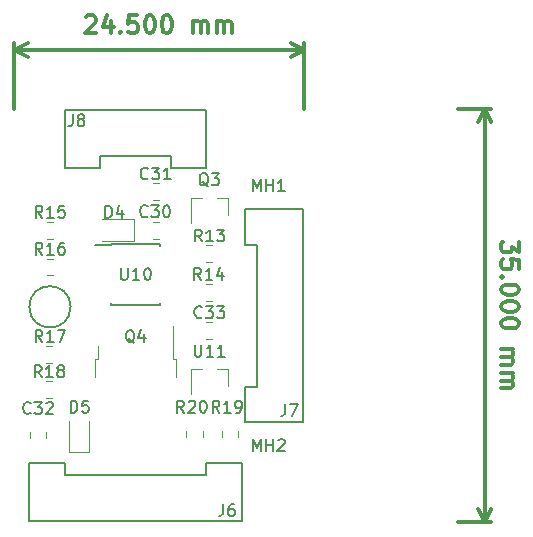
<source format=gbr>
G04 #@! TF.GenerationSoftware,KiCad,Pcbnew,(5.0.2)-1*
G04 #@! TF.CreationDate,2019-03-07T22:37:32-06:00*
G04 #@! TF.ProjectId,Contactor,436f6e74-6163-4746-9f72-2e6b69636164,rev?*
G04 #@! TF.SameCoordinates,Original*
G04 #@! TF.FileFunction,Legend,Top*
G04 #@! TF.FilePolarity,Positive*
%FSLAX46Y46*%
G04 Gerber Fmt 4.6, Leading zero omitted, Abs format (unit mm)*
G04 Created by KiCad (PCBNEW (5.0.2)-1) date 3/7/2019 10:37:32 PM*
%MOMM*%
%LPD*%
G01*
G04 APERTURE LIST*
%ADD10C,0.300000*%
%ADD11C,0.150000*%
%ADD12C,0.120000*%
G04 APERTURE END LIST*
D10*
X157285714Y-89721428D02*
X157357142Y-89650000D01*
X157500000Y-89578571D01*
X157857142Y-89578571D01*
X158000000Y-89650000D01*
X158071428Y-89721428D01*
X158142857Y-89864285D01*
X158142857Y-90007142D01*
X158071428Y-90221428D01*
X157214285Y-91078571D01*
X158142857Y-91078571D01*
X159428571Y-90078571D02*
X159428571Y-91078571D01*
X159071428Y-89507142D02*
X158714285Y-90578571D01*
X159642857Y-90578571D01*
X160214285Y-90935714D02*
X160285714Y-91007142D01*
X160214285Y-91078571D01*
X160142857Y-91007142D01*
X160214285Y-90935714D01*
X160214285Y-91078571D01*
X161642857Y-89578571D02*
X160928571Y-89578571D01*
X160857142Y-90292857D01*
X160928571Y-90221428D01*
X161071428Y-90150000D01*
X161428571Y-90150000D01*
X161571428Y-90221428D01*
X161642857Y-90292857D01*
X161714285Y-90435714D01*
X161714285Y-90792857D01*
X161642857Y-90935714D01*
X161571428Y-91007142D01*
X161428571Y-91078571D01*
X161071428Y-91078571D01*
X160928571Y-91007142D01*
X160857142Y-90935714D01*
X162642857Y-89578571D02*
X162785714Y-89578571D01*
X162928571Y-89650000D01*
X163000000Y-89721428D01*
X163071428Y-89864285D01*
X163142857Y-90150000D01*
X163142857Y-90507142D01*
X163071428Y-90792857D01*
X163000000Y-90935714D01*
X162928571Y-91007142D01*
X162785714Y-91078571D01*
X162642857Y-91078571D01*
X162500000Y-91007142D01*
X162428571Y-90935714D01*
X162357142Y-90792857D01*
X162285714Y-90507142D01*
X162285714Y-90150000D01*
X162357142Y-89864285D01*
X162428571Y-89721428D01*
X162500000Y-89650000D01*
X162642857Y-89578571D01*
X164071428Y-89578571D02*
X164214285Y-89578571D01*
X164357142Y-89650000D01*
X164428571Y-89721428D01*
X164500000Y-89864285D01*
X164571428Y-90150000D01*
X164571428Y-90507142D01*
X164500000Y-90792857D01*
X164428571Y-90935714D01*
X164357142Y-91007142D01*
X164214285Y-91078571D01*
X164071428Y-91078571D01*
X163928571Y-91007142D01*
X163857142Y-90935714D01*
X163785714Y-90792857D01*
X163714285Y-90507142D01*
X163714285Y-90150000D01*
X163785714Y-89864285D01*
X163857142Y-89721428D01*
X163928571Y-89650000D01*
X164071428Y-89578571D01*
X166357142Y-91078571D02*
X166357142Y-90078571D01*
X166357142Y-90221428D02*
X166428571Y-90150000D01*
X166571428Y-90078571D01*
X166785714Y-90078571D01*
X166928571Y-90150000D01*
X167000000Y-90292857D01*
X167000000Y-91078571D01*
X167000000Y-90292857D02*
X167071428Y-90150000D01*
X167214285Y-90078571D01*
X167428571Y-90078571D01*
X167571428Y-90150000D01*
X167642857Y-90292857D01*
X167642857Y-91078571D01*
X168357142Y-91078571D02*
X168357142Y-90078571D01*
X168357142Y-90221428D02*
X168428571Y-90150000D01*
X168571428Y-90078571D01*
X168785714Y-90078571D01*
X168928571Y-90150000D01*
X169000000Y-90292857D01*
X169000000Y-91078571D01*
X169000000Y-90292857D02*
X169071428Y-90150000D01*
X169214285Y-90078571D01*
X169428571Y-90078571D01*
X169571428Y-90150000D01*
X169642857Y-90292857D01*
X169642857Y-91078571D01*
X151250000Y-92500000D02*
X175750000Y-92500000D01*
X151250000Y-97500000D02*
X151250000Y-91913579D01*
X175750000Y-97500000D02*
X175750000Y-91913579D01*
X175750000Y-92500000D02*
X174623496Y-93086421D01*
X175750000Y-92500000D02*
X174623496Y-91913579D01*
X151250000Y-92500000D02*
X152376504Y-93086421D01*
X151250000Y-92500000D02*
X152376504Y-91913579D01*
X193967402Y-108714285D02*
X193967402Y-109642857D01*
X193395974Y-109142857D01*
X193395974Y-109357142D01*
X193324545Y-109500000D01*
X193253116Y-109571428D01*
X193110259Y-109642857D01*
X192753116Y-109642857D01*
X192610259Y-109571428D01*
X192538831Y-109500000D01*
X192467402Y-109357142D01*
X192467402Y-108928571D01*
X192538831Y-108785714D01*
X192610259Y-108714285D01*
X193967402Y-111000000D02*
X193967402Y-110285714D01*
X193253116Y-110214285D01*
X193324545Y-110285714D01*
X193395974Y-110428571D01*
X193395974Y-110785714D01*
X193324545Y-110928571D01*
X193253116Y-111000000D01*
X193110259Y-111071428D01*
X192753116Y-111071428D01*
X192610259Y-111000000D01*
X192538831Y-110928571D01*
X192467402Y-110785714D01*
X192467402Y-110428571D01*
X192538831Y-110285714D01*
X192610259Y-110214285D01*
X192610259Y-111714285D02*
X192538831Y-111785714D01*
X192467402Y-111714285D01*
X192538831Y-111642857D01*
X192610259Y-111714285D01*
X192467402Y-111714285D01*
X193967402Y-112714285D02*
X193967402Y-112857142D01*
X193895974Y-113000000D01*
X193824545Y-113071428D01*
X193681688Y-113142857D01*
X193395974Y-113214285D01*
X193038831Y-113214285D01*
X192753116Y-113142857D01*
X192610259Y-113071428D01*
X192538831Y-113000000D01*
X192467402Y-112857142D01*
X192467402Y-112714285D01*
X192538831Y-112571428D01*
X192610259Y-112500000D01*
X192753116Y-112428571D01*
X193038831Y-112357142D01*
X193395974Y-112357142D01*
X193681688Y-112428571D01*
X193824545Y-112500000D01*
X193895974Y-112571428D01*
X193967402Y-112714285D01*
X193967402Y-114142857D02*
X193967402Y-114285714D01*
X193895974Y-114428571D01*
X193824545Y-114500000D01*
X193681688Y-114571428D01*
X193395974Y-114642857D01*
X193038831Y-114642857D01*
X192753116Y-114571428D01*
X192610259Y-114500000D01*
X192538831Y-114428571D01*
X192467402Y-114285714D01*
X192467402Y-114142857D01*
X192538831Y-114000000D01*
X192610259Y-113928571D01*
X192753116Y-113857142D01*
X193038831Y-113785714D01*
X193395974Y-113785714D01*
X193681688Y-113857142D01*
X193824545Y-113928571D01*
X193895974Y-114000000D01*
X193967402Y-114142857D01*
X193967402Y-115571428D02*
X193967402Y-115714285D01*
X193895974Y-115857142D01*
X193824545Y-115928571D01*
X193681688Y-116000000D01*
X193395974Y-116071428D01*
X193038831Y-116071428D01*
X192753116Y-116000000D01*
X192610259Y-115928571D01*
X192538831Y-115857142D01*
X192467402Y-115714285D01*
X192467402Y-115571428D01*
X192538831Y-115428571D01*
X192610259Y-115357142D01*
X192753116Y-115285714D01*
X193038831Y-115214285D01*
X193395974Y-115214285D01*
X193681688Y-115285714D01*
X193824545Y-115357142D01*
X193895974Y-115428571D01*
X193967402Y-115571428D01*
X192467402Y-117857142D02*
X193467402Y-117857142D01*
X193324545Y-117857142D02*
X193395974Y-117928571D01*
X193467402Y-118071428D01*
X193467402Y-118285714D01*
X193395974Y-118428571D01*
X193253116Y-118500000D01*
X192467402Y-118500000D01*
X193253116Y-118500000D02*
X193395974Y-118571428D01*
X193467402Y-118714285D01*
X193467402Y-118928571D01*
X193395974Y-119071428D01*
X193253116Y-119142857D01*
X192467402Y-119142857D01*
X192467402Y-119857142D02*
X193467402Y-119857142D01*
X193324545Y-119857142D02*
X193395974Y-119928571D01*
X193467402Y-120071428D01*
X193467402Y-120285714D01*
X193395974Y-120428571D01*
X193253116Y-120500000D01*
X192467402Y-120500000D01*
X193253116Y-120500000D02*
X193395974Y-120571428D01*
X193467402Y-120714285D01*
X193467402Y-120928571D01*
X193395974Y-121071428D01*
X193253116Y-121142857D01*
X192467402Y-121142857D01*
X191045974Y-97500000D02*
X191045974Y-132500000D01*
X188795974Y-97500000D02*
X191632395Y-97500000D01*
X188795974Y-132500000D02*
X191632395Y-132500000D01*
X191045974Y-132500000D02*
X190459553Y-131373496D01*
X191045974Y-132500000D02*
X191632395Y-131373496D01*
X191045974Y-97500000D02*
X190459553Y-98626504D01*
X191045974Y-97500000D02*
X191632395Y-98626504D01*
D11*
G04 #@! TO.C,U10*
X159425000Y-108975000D02*
X158025000Y-108975000D01*
X159425000Y-114075000D02*
X163575000Y-114075000D01*
X159425000Y-108925000D02*
X163575000Y-108925000D01*
X159425000Y-114075000D02*
X159425000Y-113930000D01*
X163575000Y-114075000D02*
X163575000Y-113930000D01*
X163575000Y-108925000D02*
X163575000Y-109070000D01*
X159425000Y-108925000D02*
X159425000Y-108975000D01*
D12*
G04 #@! TO.C,C30*
X163521078Y-108460000D02*
X163003922Y-108460000D01*
X163521078Y-107040000D02*
X163003922Y-107040000D01*
G04 #@! TO.C,C31*
X163521078Y-103790000D02*
X163003922Y-103790000D01*
X163521078Y-105210000D02*
X163003922Y-105210000D01*
G04 #@! TO.C,C32*
X153960000Y-124853922D02*
X153960000Y-125371078D01*
X152540000Y-124853922D02*
X152540000Y-125371078D01*
G04 #@! TO.C,C33*
X168008578Y-115540000D02*
X167491422Y-115540000D01*
X168008578Y-116960000D02*
X167491422Y-116960000D01*
G04 #@! TO.C,D4*
X158687500Y-108710000D02*
X161372500Y-108710000D01*
X161372500Y-108710000D02*
X161372500Y-106790000D01*
X161372500Y-106790000D02*
X158687500Y-106790000D01*
G04 #@! TO.C,D5*
X155900000Y-126500000D02*
X157600000Y-126500000D01*
X157600000Y-126500000D02*
X157600000Y-123950000D01*
X155900000Y-126500000D02*
X155900000Y-123950000D01*
D11*
G04 #@! TO.C,J6*
X152500000Y-127500000D02*
X155500000Y-127500000D01*
X155500000Y-127500000D02*
X155500000Y-128500000D01*
X155500000Y-128500000D02*
X167500000Y-128500000D01*
X167500000Y-128500000D02*
X167500000Y-127500000D01*
X167500000Y-127500000D02*
X170500000Y-127500000D01*
X170500000Y-127500000D02*
X170500000Y-132400000D01*
X170500000Y-132400000D02*
X152500000Y-132400000D01*
X152500000Y-132400000D02*
X152500000Y-127500000D01*
D12*
G04 #@! TO.C,Q3*
X169342500Y-104990000D02*
X169342500Y-106450000D01*
X166182500Y-104990000D02*
X166182500Y-107150000D01*
X166182500Y-104990000D02*
X167112500Y-104990000D01*
X169342500Y-104990000D02*
X168412500Y-104990000D01*
G04 #@! TO.C,Q4*
X164950000Y-120180000D02*
X164950000Y-118680000D01*
X164950000Y-118680000D02*
X164680000Y-118680000D01*
X164680000Y-118680000D02*
X164680000Y-115850000D01*
X158050000Y-120180000D02*
X158050000Y-118680000D01*
X158050000Y-118680000D02*
X158320000Y-118680000D01*
X158320000Y-118680000D02*
X158320000Y-117580000D01*
G04 #@! TO.C,R13*
X167491422Y-109040000D02*
X168008578Y-109040000D01*
X167491422Y-110460000D02*
X168008578Y-110460000D01*
G04 #@! TO.C,R14*
X167946078Y-112290000D02*
X167428922Y-112290000D01*
X167946078Y-113710000D02*
X167428922Y-113710000D01*
G04 #@! TO.C,R15*
X153991422Y-107040000D02*
X154508578Y-107040000D01*
X153991422Y-108460000D02*
X154508578Y-108460000D01*
G04 #@! TO.C,R16*
X154508578Y-111580000D02*
X153991422Y-111580000D01*
X154508578Y-110160000D02*
X153991422Y-110160000D01*
G04 #@! TO.C,R17*
X154446078Y-117540000D02*
X153928922Y-117540000D01*
X154446078Y-118960000D02*
X153928922Y-118960000D01*
G04 #@! TO.C,R18*
X154446078Y-121960000D02*
X153928922Y-121960000D01*
X154446078Y-120540000D02*
X153928922Y-120540000D01*
G04 #@! TO.C,R19*
X170209202Y-125301408D02*
X170209202Y-124784252D01*
X168789202Y-125301408D02*
X168789202Y-124784252D01*
G04 #@! TO.C,R20*
X165790000Y-124784252D02*
X165790000Y-125301408D01*
X167210000Y-124784252D02*
X167210000Y-125301408D01*
D11*
G04 #@! TO.C,TP13*
X156000000Y-114250000D02*
G75*
G03X156000000Y-114250000I-1750000J0D01*
G01*
D12*
G04 #@! TO.C,U11*
X169330000Y-119490000D02*
X168400000Y-119490000D01*
X166170000Y-119490000D02*
X167100000Y-119490000D01*
X166170000Y-119490000D02*
X166170000Y-121650000D01*
X169330000Y-119490000D02*
X169330000Y-120950000D01*
D11*
G04 #@! TO.C,J7*
X175650000Y-124000000D02*
X170750000Y-124000000D01*
X175650000Y-106000000D02*
X175650000Y-124000000D01*
X170750000Y-106000000D02*
X175650000Y-106000000D01*
X170750000Y-109000000D02*
X170750000Y-106000000D01*
X171750000Y-109000000D02*
X170750000Y-109000000D01*
X171750000Y-121000000D02*
X171750000Y-109000000D01*
X170750000Y-121000000D02*
X171750000Y-121000000D01*
X170750000Y-124000000D02*
X170750000Y-121000000D01*
G04 #@! TO.C,J8*
X167500000Y-97600000D02*
X167500000Y-102500000D01*
X155500000Y-97600000D02*
X167500000Y-97600000D01*
X155500000Y-102500000D02*
X155500000Y-97600000D01*
X158500000Y-102500000D02*
X155500000Y-102500000D01*
X158500000Y-101500000D02*
X158500000Y-102500000D01*
X164500000Y-101500000D02*
X158500000Y-101500000D01*
X164500000Y-102500000D02*
X164500000Y-101500000D01*
X167500000Y-102500000D02*
X164500000Y-102500000D01*
G04 #@! TO.C,U10*
X160261904Y-110952380D02*
X160261904Y-111761904D01*
X160309523Y-111857142D01*
X160357142Y-111904761D01*
X160452380Y-111952380D01*
X160642857Y-111952380D01*
X160738095Y-111904761D01*
X160785714Y-111857142D01*
X160833333Y-111761904D01*
X160833333Y-110952380D01*
X161833333Y-111952380D02*
X161261904Y-111952380D01*
X161547619Y-111952380D02*
X161547619Y-110952380D01*
X161452380Y-111095238D01*
X161357142Y-111190476D01*
X161261904Y-111238095D01*
X162452380Y-110952380D02*
X162547619Y-110952380D01*
X162642857Y-111000000D01*
X162690476Y-111047619D01*
X162738095Y-111142857D01*
X162785714Y-111333333D01*
X162785714Y-111571428D01*
X162738095Y-111761904D01*
X162690476Y-111857142D01*
X162642857Y-111904761D01*
X162547619Y-111952380D01*
X162452380Y-111952380D01*
X162357142Y-111904761D01*
X162309523Y-111857142D01*
X162261904Y-111761904D01*
X162214285Y-111571428D01*
X162214285Y-111333333D01*
X162261904Y-111142857D01*
X162309523Y-111047619D01*
X162357142Y-111000000D01*
X162452380Y-110952380D01*
G04 #@! TO.C,C30*
X162517129Y-106552881D02*
X162469510Y-106600500D01*
X162326653Y-106648119D01*
X162231415Y-106648119D01*
X162088558Y-106600500D01*
X161993320Y-106505262D01*
X161945701Y-106410024D01*
X161898082Y-106219548D01*
X161898082Y-106076691D01*
X161945701Y-105886215D01*
X161993320Y-105790977D01*
X162088558Y-105695739D01*
X162231415Y-105648119D01*
X162326653Y-105648119D01*
X162469510Y-105695739D01*
X162517129Y-105743358D01*
X162850463Y-105648119D02*
X163469510Y-105648119D01*
X163136177Y-106029072D01*
X163279034Y-106029072D01*
X163374272Y-106076691D01*
X163421891Y-106124310D01*
X163469510Y-106219548D01*
X163469510Y-106457643D01*
X163421891Y-106552881D01*
X163374272Y-106600500D01*
X163279034Y-106648119D01*
X162993320Y-106648119D01*
X162898082Y-106600500D01*
X162850463Y-106552881D01*
X164088558Y-105648119D02*
X164183796Y-105648119D01*
X164279034Y-105695739D01*
X164326653Y-105743358D01*
X164374272Y-105838596D01*
X164421891Y-106029072D01*
X164421891Y-106267167D01*
X164374272Y-106457643D01*
X164326653Y-106552881D01*
X164279034Y-106600500D01*
X164183796Y-106648119D01*
X164088558Y-106648119D01*
X163993320Y-106600500D01*
X163945701Y-106552881D01*
X163898082Y-106457643D01*
X163850463Y-106267167D01*
X163850463Y-106029072D01*
X163898082Y-105838596D01*
X163945701Y-105743358D01*
X163993320Y-105695739D01*
X164088558Y-105648119D01*
G04 #@! TO.C,C31*
X162557142Y-103357142D02*
X162509523Y-103404761D01*
X162366666Y-103452380D01*
X162271428Y-103452380D01*
X162128571Y-103404761D01*
X162033333Y-103309523D01*
X161985714Y-103214285D01*
X161938095Y-103023809D01*
X161938095Y-102880952D01*
X161985714Y-102690476D01*
X162033333Y-102595238D01*
X162128571Y-102500000D01*
X162271428Y-102452380D01*
X162366666Y-102452380D01*
X162509523Y-102500000D01*
X162557142Y-102547619D01*
X162890476Y-102452380D02*
X163509523Y-102452380D01*
X163176190Y-102833333D01*
X163319047Y-102833333D01*
X163414285Y-102880952D01*
X163461904Y-102928571D01*
X163509523Y-103023809D01*
X163509523Y-103261904D01*
X163461904Y-103357142D01*
X163414285Y-103404761D01*
X163319047Y-103452380D01*
X163033333Y-103452380D01*
X162938095Y-103404761D01*
X162890476Y-103357142D01*
X164461904Y-103452380D02*
X163890476Y-103452380D01*
X164176190Y-103452380D02*
X164176190Y-102452380D01*
X164080952Y-102595238D01*
X163985714Y-102690476D01*
X163890476Y-102738095D01*
G04 #@! TO.C,C32*
X152607142Y-123219642D02*
X152559523Y-123267261D01*
X152416666Y-123314880D01*
X152321428Y-123314880D01*
X152178571Y-123267261D01*
X152083333Y-123172023D01*
X152035714Y-123076785D01*
X151988095Y-122886309D01*
X151988095Y-122743452D01*
X152035714Y-122552976D01*
X152083333Y-122457738D01*
X152178571Y-122362500D01*
X152321428Y-122314880D01*
X152416666Y-122314880D01*
X152559523Y-122362500D01*
X152607142Y-122410119D01*
X152940476Y-122314880D02*
X153559523Y-122314880D01*
X153226190Y-122695833D01*
X153369047Y-122695833D01*
X153464285Y-122743452D01*
X153511904Y-122791071D01*
X153559523Y-122886309D01*
X153559523Y-123124404D01*
X153511904Y-123219642D01*
X153464285Y-123267261D01*
X153369047Y-123314880D01*
X153083333Y-123314880D01*
X152988095Y-123267261D01*
X152940476Y-123219642D01*
X153940476Y-122410119D02*
X153988095Y-122362500D01*
X154083333Y-122314880D01*
X154321428Y-122314880D01*
X154416666Y-122362500D01*
X154464285Y-122410119D01*
X154511904Y-122505357D01*
X154511904Y-122600595D01*
X154464285Y-122743452D01*
X153892857Y-123314880D01*
X154511904Y-123314880D01*
G04 #@! TO.C,C33*
X167107142Y-115107142D02*
X167059523Y-115154761D01*
X166916666Y-115202380D01*
X166821428Y-115202380D01*
X166678571Y-115154761D01*
X166583333Y-115059523D01*
X166535714Y-114964285D01*
X166488095Y-114773809D01*
X166488095Y-114630952D01*
X166535714Y-114440476D01*
X166583333Y-114345238D01*
X166678571Y-114250000D01*
X166821428Y-114202380D01*
X166916666Y-114202380D01*
X167059523Y-114250000D01*
X167107142Y-114297619D01*
X167440476Y-114202380D02*
X168059523Y-114202380D01*
X167726190Y-114583333D01*
X167869047Y-114583333D01*
X167964285Y-114630952D01*
X168011904Y-114678571D01*
X168059523Y-114773809D01*
X168059523Y-115011904D01*
X168011904Y-115107142D01*
X167964285Y-115154761D01*
X167869047Y-115202380D01*
X167583333Y-115202380D01*
X167488095Y-115154761D01*
X167440476Y-115107142D01*
X168392857Y-114202380D02*
X169011904Y-114202380D01*
X168678571Y-114583333D01*
X168821428Y-114583333D01*
X168916666Y-114630952D01*
X168964285Y-114678571D01*
X169011904Y-114773809D01*
X169011904Y-115011904D01*
X168964285Y-115107142D01*
X168916666Y-115154761D01*
X168821428Y-115202380D01*
X168535714Y-115202380D01*
X168440476Y-115154761D01*
X168392857Y-115107142D01*
G04 #@! TO.C,D4*
X158949404Y-106702380D02*
X158949404Y-105702380D01*
X159187500Y-105702380D01*
X159330357Y-105750000D01*
X159425595Y-105845238D01*
X159473214Y-105940476D01*
X159520833Y-106130952D01*
X159520833Y-106273809D01*
X159473214Y-106464285D01*
X159425595Y-106559523D01*
X159330357Y-106654761D01*
X159187500Y-106702380D01*
X158949404Y-106702380D01*
X160377976Y-106035714D02*
X160377976Y-106702380D01*
X160139880Y-105654761D02*
X159901785Y-106369047D01*
X160520833Y-106369047D01*
G04 #@! TO.C,D5*
X156011904Y-123202380D02*
X156011904Y-122202380D01*
X156250000Y-122202380D01*
X156392857Y-122250000D01*
X156488095Y-122345238D01*
X156535714Y-122440476D01*
X156583333Y-122630952D01*
X156583333Y-122773809D01*
X156535714Y-122964285D01*
X156488095Y-123059523D01*
X156392857Y-123154761D01*
X156250000Y-123202380D01*
X156011904Y-123202380D01*
X157488095Y-122202380D02*
X157011904Y-122202380D01*
X156964285Y-122678571D01*
X157011904Y-122630952D01*
X157107142Y-122583333D01*
X157345238Y-122583333D01*
X157440476Y-122630952D01*
X157488095Y-122678571D01*
X157535714Y-122773809D01*
X157535714Y-123011904D01*
X157488095Y-123107142D01*
X157440476Y-123154761D01*
X157345238Y-123202380D01*
X157107142Y-123202380D01*
X157011904Y-123154761D01*
X156964285Y-123107142D01*
G04 #@! TO.C,J6*
X168916666Y-130952380D02*
X168916666Y-131666666D01*
X168869047Y-131809523D01*
X168773809Y-131904761D01*
X168630952Y-131952380D01*
X168535714Y-131952380D01*
X169821428Y-130952380D02*
X169630952Y-130952380D01*
X169535714Y-131000000D01*
X169488095Y-131047619D01*
X169392857Y-131190476D01*
X169345238Y-131380952D01*
X169345238Y-131761904D01*
X169392857Y-131857142D01*
X169440476Y-131904761D01*
X169535714Y-131952380D01*
X169726190Y-131952380D01*
X169821428Y-131904761D01*
X169869047Y-131857142D01*
X169916666Y-131761904D01*
X169916666Y-131523809D01*
X169869047Y-131428571D01*
X169821428Y-131380952D01*
X169726190Y-131333333D01*
X169535714Y-131333333D01*
X169440476Y-131380952D01*
X169392857Y-131428571D01*
X169345238Y-131523809D01*
G04 #@! TO.C,Q3*
X167654761Y-104047619D02*
X167559523Y-104000000D01*
X167464285Y-103904761D01*
X167321428Y-103761904D01*
X167226190Y-103714285D01*
X167130952Y-103714285D01*
X167178571Y-103952380D02*
X167083333Y-103904761D01*
X166988095Y-103809523D01*
X166940476Y-103619047D01*
X166940476Y-103285714D01*
X166988095Y-103095238D01*
X167083333Y-103000000D01*
X167178571Y-102952380D01*
X167369047Y-102952380D01*
X167464285Y-103000000D01*
X167559523Y-103095238D01*
X167607142Y-103285714D01*
X167607142Y-103619047D01*
X167559523Y-103809523D01*
X167464285Y-103904761D01*
X167369047Y-103952380D01*
X167178571Y-103952380D01*
X167940476Y-102952380D02*
X168559523Y-102952380D01*
X168226190Y-103333333D01*
X168369047Y-103333333D01*
X168464285Y-103380952D01*
X168511904Y-103428571D01*
X168559523Y-103523809D01*
X168559523Y-103761904D01*
X168511904Y-103857142D01*
X168464285Y-103904761D01*
X168369047Y-103952380D01*
X168083333Y-103952380D01*
X167988095Y-103904761D01*
X167940476Y-103857142D01*
G04 #@! TO.C,Q4*
X161404761Y-117297619D02*
X161309523Y-117250000D01*
X161214285Y-117154761D01*
X161071428Y-117011904D01*
X160976190Y-116964285D01*
X160880952Y-116964285D01*
X160928571Y-117202380D02*
X160833333Y-117154761D01*
X160738095Y-117059523D01*
X160690476Y-116869047D01*
X160690476Y-116535714D01*
X160738095Y-116345238D01*
X160833333Y-116250000D01*
X160928571Y-116202380D01*
X161119047Y-116202380D01*
X161214285Y-116250000D01*
X161309523Y-116345238D01*
X161357142Y-116535714D01*
X161357142Y-116869047D01*
X161309523Y-117059523D01*
X161214285Y-117154761D01*
X161119047Y-117202380D01*
X160928571Y-117202380D01*
X162214285Y-116535714D02*
X162214285Y-117202380D01*
X161976190Y-116154761D02*
X161738095Y-116869047D01*
X162357142Y-116869047D01*
G04 #@! TO.C,R13*
X167107142Y-108702380D02*
X166773809Y-108226190D01*
X166535714Y-108702380D02*
X166535714Y-107702380D01*
X166916666Y-107702380D01*
X167011904Y-107750000D01*
X167059523Y-107797619D01*
X167107142Y-107892857D01*
X167107142Y-108035714D01*
X167059523Y-108130952D01*
X167011904Y-108178571D01*
X166916666Y-108226190D01*
X166535714Y-108226190D01*
X168059523Y-108702380D02*
X167488095Y-108702380D01*
X167773809Y-108702380D02*
X167773809Y-107702380D01*
X167678571Y-107845238D01*
X167583333Y-107940476D01*
X167488095Y-107988095D01*
X168392857Y-107702380D02*
X169011904Y-107702380D01*
X168678571Y-108083333D01*
X168821428Y-108083333D01*
X168916666Y-108130952D01*
X168964285Y-108178571D01*
X169011904Y-108273809D01*
X169011904Y-108511904D01*
X168964285Y-108607142D01*
X168916666Y-108654761D01*
X168821428Y-108702380D01*
X168535714Y-108702380D01*
X168440476Y-108654761D01*
X168392857Y-108607142D01*
G04 #@! TO.C,R14*
X167044642Y-111952380D02*
X166711309Y-111476190D01*
X166473214Y-111952380D02*
X166473214Y-110952380D01*
X166854166Y-110952380D01*
X166949404Y-111000000D01*
X166997023Y-111047619D01*
X167044642Y-111142857D01*
X167044642Y-111285714D01*
X166997023Y-111380952D01*
X166949404Y-111428571D01*
X166854166Y-111476190D01*
X166473214Y-111476190D01*
X167997023Y-111952380D02*
X167425595Y-111952380D01*
X167711309Y-111952380D02*
X167711309Y-110952380D01*
X167616071Y-111095238D01*
X167520833Y-111190476D01*
X167425595Y-111238095D01*
X168854166Y-111285714D02*
X168854166Y-111952380D01*
X168616071Y-110904761D02*
X168377976Y-111619047D01*
X168997023Y-111619047D01*
G04 #@! TO.C,R15*
X153607142Y-106702380D02*
X153273809Y-106226190D01*
X153035714Y-106702380D02*
X153035714Y-105702380D01*
X153416666Y-105702380D01*
X153511904Y-105750000D01*
X153559523Y-105797619D01*
X153607142Y-105892857D01*
X153607142Y-106035714D01*
X153559523Y-106130952D01*
X153511904Y-106178571D01*
X153416666Y-106226190D01*
X153035714Y-106226190D01*
X154559523Y-106702380D02*
X153988095Y-106702380D01*
X154273809Y-106702380D02*
X154273809Y-105702380D01*
X154178571Y-105845238D01*
X154083333Y-105940476D01*
X153988095Y-105988095D01*
X155464285Y-105702380D02*
X154988095Y-105702380D01*
X154940476Y-106178571D01*
X154988095Y-106130952D01*
X155083333Y-106083333D01*
X155321428Y-106083333D01*
X155416666Y-106130952D01*
X155464285Y-106178571D01*
X155511904Y-106273809D01*
X155511904Y-106511904D01*
X155464285Y-106607142D01*
X155416666Y-106654761D01*
X155321428Y-106702380D01*
X155083333Y-106702380D01*
X154988095Y-106654761D01*
X154940476Y-106607142D01*
G04 #@! TO.C,R16*
X153607142Y-109822380D02*
X153273809Y-109346190D01*
X153035714Y-109822380D02*
X153035714Y-108822380D01*
X153416666Y-108822380D01*
X153511904Y-108870000D01*
X153559523Y-108917619D01*
X153607142Y-109012857D01*
X153607142Y-109155714D01*
X153559523Y-109250952D01*
X153511904Y-109298571D01*
X153416666Y-109346190D01*
X153035714Y-109346190D01*
X154559523Y-109822380D02*
X153988095Y-109822380D01*
X154273809Y-109822380D02*
X154273809Y-108822380D01*
X154178571Y-108965238D01*
X154083333Y-109060476D01*
X153988095Y-109108095D01*
X155416666Y-108822380D02*
X155226190Y-108822380D01*
X155130952Y-108870000D01*
X155083333Y-108917619D01*
X154988095Y-109060476D01*
X154940476Y-109250952D01*
X154940476Y-109631904D01*
X154988095Y-109727142D01*
X155035714Y-109774761D01*
X155130952Y-109822380D01*
X155321428Y-109822380D01*
X155416666Y-109774761D01*
X155464285Y-109727142D01*
X155511904Y-109631904D01*
X155511904Y-109393809D01*
X155464285Y-109298571D01*
X155416666Y-109250952D01*
X155321428Y-109203333D01*
X155130952Y-109203333D01*
X155035714Y-109250952D01*
X154988095Y-109298571D01*
X154940476Y-109393809D01*
G04 #@! TO.C,R17*
X153607142Y-117202380D02*
X153273809Y-116726190D01*
X153035714Y-117202380D02*
X153035714Y-116202380D01*
X153416666Y-116202380D01*
X153511904Y-116250000D01*
X153559523Y-116297619D01*
X153607142Y-116392857D01*
X153607142Y-116535714D01*
X153559523Y-116630952D01*
X153511904Y-116678571D01*
X153416666Y-116726190D01*
X153035714Y-116726190D01*
X154559523Y-117202380D02*
X153988095Y-117202380D01*
X154273809Y-117202380D02*
X154273809Y-116202380D01*
X154178571Y-116345238D01*
X154083333Y-116440476D01*
X153988095Y-116488095D01*
X154892857Y-116202380D02*
X155559523Y-116202380D01*
X155130952Y-117202380D01*
G04 #@! TO.C,R18*
X153544642Y-120202380D02*
X153211309Y-119726190D01*
X152973214Y-120202380D02*
X152973214Y-119202380D01*
X153354166Y-119202380D01*
X153449404Y-119250000D01*
X153497023Y-119297619D01*
X153544642Y-119392857D01*
X153544642Y-119535714D01*
X153497023Y-119630952D01*
X153449404Y-119678571D01*
X153354166Y-119726190D01*
X152973214Y-119726190D01*
X154497023Y-120202380D02*
X153925595Y-120202380D01*
X154211309Y-120202380D02*
X154211309Y-119202380D01*
X154116071Y-119345238D01*
X154020833Y-119440476D01*
X153925595Y-119488095D01*
X155068452Y-119630952D02*
X154973214Y-119583333D01*
X154925595Y-119535714D01*
X154877976Y-119440476D01*
X154877976Y-119392857D01*
X154925595Y-119297619D01*
X154973214Y-119250000D01*
X155068452Y-119202380D01*
X155258928Y-119202380D01*
X155354166Y-119250000D01*
X155401785Y-119297619D01*
X155449404Y-119392857D01*
X155449404Y-119440476D01*
X155401785Y-119535714D01*
X155354166Y-119583333D01*
X155258928Y-119630952D01*
X155068452Y-119630952D01*
X154973214Y-119678571D01*
X154925595Y-119726190D01*
X154877976Y-119821428D01*
X154877976Y-120011904D01*
X154925595Y-120107142D01*
X154973214Y-120154761D01*
X155068452Y-120202380D01*
X155258928Y-120202380D01*
X155354166Y-120154761D01*
X155401785Y-120107142D01*
X155449404Y-120011904D01*
X155449404Y-119821428D01*
X155401785Y-119726190D01*
X155354166Y-119678571D01*
X155258928Y-119630952D01*
G04 #@! TO.C,R19*
X168607142Y-123202380D02*
X168273809Y-122726190D01*
X168035714Y-123202380D02*
X168035714Y-122202380D01*
X168416666Y-122202380D01*
X168511904Y-122250000D01*
X168559523Y-122297619D01*
X168607142Y-122392857D01*
X168607142Y-122535714D01*
X168559523Y-122630952D01*
X168511904Y-122678571D01*
X168416666Y-122726190D01*
X168035714Y-122726190D01*
X169559523Y-123202380D02*
X168988095Y-123202380D01*
X169273809Y-123202380D02*
X169273809Y-122202380D01*
X169178571Y-122345238D01*
X169083333Y-122440476D01*
X168988095Y-122488095D01*
X170035714Y-123202380D02*
X170226190Y-123202380D01*
X170321428Y-123154761D01*
X170369047Y-123107142D01*
X170464285Y-122964285D01*
X170511904Y-122773809D01*
X170511904Y-122392857D01*
X170464285Y-122297619D01*
X170416666Y-122250000D01*
X170321428Y-122202380D01*
X170130952Y-122202380D01*
X170035714Y-122250000D01*
X169988095Y-122297619D01*
X169940476Y-122392857D01*
X169940476Y-122630952D01*
X169988095Y-122726190D01*
X170035714Y-122773809D01*
X170130952Y-122821428D01*
X170321428Y-122821428D01*
X170416666Y-122773809D01*
X170464285Y-122726190D01*
X170511904Y-122630952D01*
G04 #@! TO.C,R20*
X165607142Y-123202380D02*
X165273809Y-122726190D01*
X165035714Y-123202380D02*
X165035714Y-122202380D01*
X165416666Y-122202380D01*
X165511904Y-122250000D01*
X165559523Y-122297619D01*
X165607142Y-122392857D01*
X165607142Y-122535714D01*
X165559523Y-122630952D01*
X165511904Y-122678571D01*
X165416666Y-122726190D01*
X165035714Y-122726190D01*
X165988095Y-122297619D02*
X166035714Y-122250000D01*
X166130952Y-122202380D01*
X166369047Y-122202380D01*
X166464285Y-122250000D01*
X166511904Y-122297619D01*
X166559523Y-122392857D01*
X166559523Y-122488095D01*
X166511904Y-122630952D01*
X165940476Y-123202380D01*
X166559523Y-123202380D01*
X167178571Y-122202380D02*
X167273809Y-122202380D01*
X167369047Y-122250000D01*
X167416666Y-122297619D01*
X167464285Y-122392857D01*
X167511904Y-122583333D01*
X167511904Y-122821428D01*
X167464285Y-123011904D01*
X167416666Y-123107142D01*
X167369047Y-123154761D01*
X167273809Y-123202380D01*
X167178571Y-123202380D01*
X167083333Y-123154761D01*
X167035714Y-123107142D01*
X166988095Y-123011904D01*
X166940476Y-122821428D01*
X166940476Y-122583333D01*
X166988095Y-122392857D01*
X167035714Y-122297619D01*
X167083333Y-122250000D01*
X167178571Y-122202380D01*
G04 #@! TO.C,U11*
X166511904Y-117452380D02*
X166511904Y-118261904D01*
X166559523Y-118357142D01*
X166607142Y-118404761D01*
X166702380Y-118452380D01*
X166892857Y-118452380D01*
X166988095Y-118404761D01*
X167035714Y-118357142D01*
X167083333Y-118261904D01*
X167083333Y-117452380D01*
X168083333Y-118452380D02*
X167511904Y-118452380D01*
X167797619Y-118452380D02*
X167797619Y-117452380D01*
X167702380Y-117595238D01*
X167607142Y-117690476D01*
X167511904Y-117738095D01*
X169035714Y-118452380D02*
X168464285Y-118452380D01*
X168750000Y-118452380D02*
X168750000Y-117452380D01*
X168654761Y-117595238D01*
X168559523Y-117690476D01*
X168464285Y-117738095D01*
G04 #@! TO.C,J7*
X174166666Y-122452380D02*
X174166666Y-123166666D01*
X174119047Y-123309523D01*
X174023809Y-123404761D01*
X173880952Y-123452380D01*
X173785714Y-123452380D01*
X174547619Y-122452380D02*
X175214285Y-122452380D01*
X174785714Y-123452380D01*
G04 #@! TO.C,J8*
X156166666Y-97952380D02*
X156166666Y-98666666D01*
X156119047Y-98809523D01*
X156023809Y-98904761D01*
X155880952Y-98952380D01*
X155785714Y-98952380D01*
X156785714Y-98380952D02*
X156690476Y-98333333D01*
X156642857Y-98285714D01*
X156595238Y-98190476D01*
X156595238Y-98142857D01*
X156642857Y-98047619D01*
X156690476Y-98000000D01*
X156785714Y-97952380D01*
X156976190Y-97952380D01*
X157071428Y-98000000D01*
X157119047Y-98047619D01*
X157166666Y-98142857D01*
X157166666Y-98190476D01*
X157119047Y-98285714D01*
X157071428Y-98333333D01*
X156976190Y-98380952D01*
X156785714Y-98380952D01*
X156690476Y-98428571D01*
X156642857Y-98476190D01*
X156595238Y-98571428D01*
X156595238Y-98761904D01*
X156642857Y-98857142D01*
X156690476Y-98904761D01*
X156785714Y-98952380D01*
X156976190Y-98952380D01*
X157071428Y-98904761D01*
X157119047Y-98857142D01*
X157166666Y-98761904D01*
X157166666Y-98571428D01*
X157119047Y-98476190D01*
X157071428Y-98428571D01*
X156976190Y-98380952D01*
G04 #@! TO.C,MH1*
X171416666Y-104452380D02*
X171416666Y-103452380D01*
X171750000Y-104166666D01*
X172083333Y-103452380D01*
X172083333Y-104452380D01*
X172559523Y-104452380D02*
X172559523Y-103452380D01*
X172559523Y-103928571D02*
X173130952Y-103928571D01*
X173130952Y-104452380D02*
X173130952Y-103452380D01*
X174130952Y-104452380D02*
X173559523Y-104452380D01*
X173845238Y-104452380D02*
X173845238Y-103452380D01*
X173750000Y-103595238D01*
X173654761Y-103690476D01*
X173559523Y-103738095D01*
G04 #@! TO.C,MH2*
X171416666Y-126452380D02*
X171416666Y-125452380D01*
X171750000Y-126166666D01*
X172083333Y-125452380D01*
X172083333Y-126452380D01*
X172559523Y-126452380D02*
X172559523Y-125452380D01*
X172559523Y-125928571D02*
X173130952Y-125928571D01*
X173130952Y-126452380D02*
X173130952Y-125452380D01*
X173559523Y-125547619D02*
X173607142Y-125500000D01*
X173702380Y-125452380D01*
X173940476Y-125452380D01*
X174035714Y-125500000D01*
X174083333Y-125547619D01*
X174130952Y-125642857D01*
X174130952Y-125738095D01*
X174083333Y-125880952D01*
X173511904Y-126452380D01*
X174130952Y-126452380D01*
G04 #@! TD*
M02*

</source>
